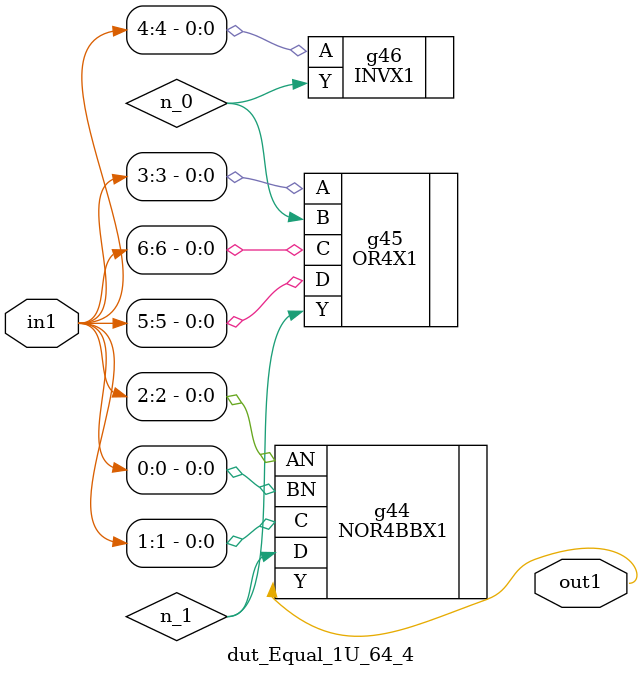
<source format=v>
`timescale 1ps / 1ps


module dut_Equal_1U_64_4(in1, out1);
  input [6:0] in1;
  output out1;
  wire [6:0] in1;
  wire out1;
  wire n_0, n_1;
  NOR4BBX1 g44(.AN (in1[2]), .BN (in1[0]), .C (in1[1]), .D (n_1), .Y
       (out1));
  OR4X1 g45(.A (in1[3]), .B (n_0), .C (in1[6]), .D (in1[5]), .Y (n_1));
  INVX1 g46(.A (in1[4]), .Y (n_0));
endmodule



</source>
